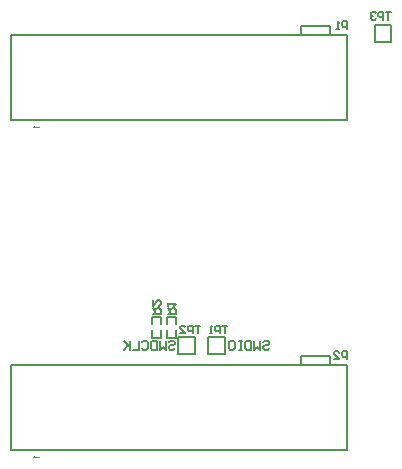
<source format=gbo>
%FSLAX24Y24*%
%MOIN*%
G70*
G01*
G75*
G04 Layer_Color=32896*
%ADD10C,0.0060*%
%ADD11R,0.0197X0.0236*%
%ADD12C,0.0394*%
%ADD13R,0.0236X0.0217*%
%ADD14R,0.0394X0.0709*%
%ADD15R,0.0217X0.0236*%
G04:AMPARAMS|DCode=16|XSize=19.7mil|YSize=23.6mil|CornerRadius=0mil|HoleSize=0mil|Usage=FLASHONLY|Rotation=225.000|XOffset=0mil|YOffset=0mil|HoleType=Round|Shape=Rectangle|*
%AMROTATEDRECTD16*
4,1,4,-0.0014,0.0153,0.0153,-0.0014,0.0014,-0.0153,-0.0153,0.0014,-0.0014,0.0153,0.0*
%
%ADD16ROTATEDRECTD16*%

%ADD17R,0.0315X0.0295*%
%ADD18R,0.0197X0.0256*%
%ADD19C,0.0079*%
%ADD20R,0.0236X0.0157*%
%ADD21R,0.1083X0.0350*%
G04:AMPARAMS|DCode=22|XSize=47.2mil|YSize=43.3mil|CornerRadius=0mil|HoleSize=0mil|Usage=FLASHONLY|Rotation=45.000|XOffset=0mil|YOffset=0mil|HoleType=Round|Shape=Rectangle|*
%AMROTATEDRECTD22*
4,1,4,-0.0014,-0.0320,-0.0320,-0.0014,0.0014,0.0320,0.0320,0.0014,-0.0014,-0.0320,0.0*
%
%ADD22ROTATEDRECTD22*%

%ADD23C,0.0098*%
%ADD24R,0.0400X0.0300*%
%ADD25R,0.0299X0.0945*%
%ADD26R,0.0295X0.0315*%
%ADD27R,0.1850X0.1850*%
%ADD28O,0.0079X0.0256*%
%ADD29O,0.0256X0.0079*%
%ADD30R,0.0236X0.0197*%
%ADD31C,0.0090*%
%ADD32C,0.0100*%
%ADD33C,0.0500*%
%ADD34C,0.0080*%
%ADD35C,0.0150*%
%ADD36C,0.0354*%
%ADD37C,0.0591*%
%ADD38R,0.0591X0.0591*%
%ADD39C,0.0236*%
%ADD40R,0.0354X0.1043*%
%ADD41R,0.0394X0.0394*%
%ADD42R,0.0394X0.0394*%
%ADD43C,0.0039*%
%ADD44C,0.0098*%
%ADD45C,0.0079*%
%ADD46C,0.0059*%
%ADD47C,0.0118*%
%ADD48C,0.0050*%
%ADD49R,0.0420X0.1300*%
%ADD50C,0.0240*%
%ADD51R,0.0257X0.0296*%
%ADD52C,0.0787*%
%ADD53R,0.0296X0.0277*%
%ADD54R,0.0454X0.0769*%
%ADD55R,0.0277X0.0296*%
G04:AMPARAMS|DCode=56|XSize=25.7mil|YSize=29.6mil|CornerRadius=0mil|HoleSize=0mil|Usage=FLASHONLY|Rotation=225.000|XOffset=0mil|YOffset=0mil|HoleType=Round|Shape=Rectangle|*
%AMROTATEDRECTD56*
4,1,4,-0.0014,0.0196,0.0196,-0.0014,0.0014,-0.0196,-0.0196,0.0014,-0.0014,0.0196,0.0*
%
%ADD56ROTATEDRECTD56*%

%ADD57R,0.0375X0.0355*%
%ADD58R,0.0257X0.0316*%
%ADD59C,0.0139*%
%ADD60R,0.0296X0.0217*%
%ADD61R,0.1143X0.0410*%
G04:AMPARAMS|DCode=62|XSize=53.2mil|YSize=49.3mil|CornerRadius=0mil|HoleSize=0mil|Usage=FLASHONLY|Rotation=45.000|XOffset=0mil|YOffset=0mil|HoleType=Round|Shape=Rectangle|*
%AMROTATEDRECTD62*
4,1,4,-0.0014,-0.0363,-0.0363,-0.0014,0.0014,0.0363,0.0363,0.0014,-0.0014,-0.0363,0.0*
%
%ADD62ROTATEDRECTD62*%

%ADD63C,0.0158*%
%ADD64R,0.0460X0.0360*%
%ADD65R,0.0359X0.1005*%
%ADD66R,0.0355X0.0375*%
%ADD67R,0.1910X0.1910*%
%ADD68O,0.0139X0.0316*%
%ADD69O,0.0316X0.0139*%
%ADD70R,0.0296X0.0257*%
%ADD71C,0.0414*%
%ADD72C,0.0454*%
%ADD73C,0.0651*%
%ADD74R,0.0651X0.0651*%
%ADD75R,0.0414X0.1103*%
%ADD76R,0.0454X0.0454*%
%ADD77R,0.0454X0.0454*%
%ADD78C,0.0040*%
D10*
X17960Y14740D02*
Y15030D01*
X18920D01*
X18930Y15020D01*
Y14740D02*
Y15020D01*
X17960Y3740D02*
Y4030D01*
X18920D01*
X18930Y4020D01*
Y3740D02*
Y4020D01*
X13298Y4656D02*
Y4902D01*
Y5098D02*
Y5344D01*
X13002Y4656D02*
Y4902D01*
Y5098D02*
Y5344D01*
X13298D01*
X13002Y4656D02*
X13298D01*
X13798D02*
Y4902D01*
Y5098D02*
Y5344D01*
X13502Y4656D02*
Y4902D01*
Y5098D02*
Y5344D01*
X13798D01*
X13502Y4656D02*
X13798D01*
X19500Y14930D02*
Y15200D01*
X19365D01*
X19320Y15155D01*
Y15065D01*
X19365Y15020D01*
X19500D01*
X19230Y14930D02*
X19140D01*
X19185D01*
Y15200D01*
X19230Y15155D01*
X19510Y3930D02*
Y4200D01*
X19375D01*
X19330Y4155D01*
Y4065D01*
X19375Y4020D01*
X19510D01*
X19060Y3930D02*
X19240D01*
X19060Y4110D01*
Y4155D01*
X19105Y4200D01*
X19195D01*
X19240Y4155D01*
X13020Y5450D02*
X13290D01*
Y5585D01*
X13245Y5630D01*
X13155D01*
X13110Y5585D01*
Y5450D01*
Y5540D02*
X13020Y5630D01*
Y5900D02*
Y5720D01*
X13200Y5900D01*
X13245D01*
X13290Y5855D01*
Y5765D01*
X13245Y5720D01*
X13520Y5450D02*
X13790D01*
Y5585D01*
X13745Y5630D01*
X13655D01*
X13610Y5585D01*
Y5450D01*
Y5540D02*
X13520Y5630D01*
Y5720D02*
Y5810D01*
Y5765D01*
X13790D01*
X13745Y5720D01*
X16700Y4500D02*
X16750Y4550D01*
X16850D01*
X16900Y4500D01*
Y4450D01*
X16850Y4400D01*
X16750D01*
X16700Y4350D01*
Y4300D01*
X16750Y4250D01*
X16850D01*
X16900Y4300D01*
X16600Y4550D02*
Y4250D01*
X16500Y4350D01*
X16400Y4250D01*
Y4550D01*
X16300D02*
Y4250D01*
X16150D01*
X16100Y4300D01*
Y4500D01*
X16150Y4550D01*
X16300D01*
X16000D02*
X15900D01*
X15950D01*
Y4250D01*
X16000D01*
X15900D01*
X15600Y4550D02*
X15700D01*
X15750Y4500D01*
Y4300D01*
X15700Y4250D01*
X15600D01*
X15550Y4300D01*
Y4500D01*
X15600Y4550D01*
X15500Y5050D02*
X15333D01*
X15417D01*
Y4800D01*
X15250D02*
Y5050D01*
X15125D01*
X15083Y5008D01*
Y4925D01*
X15125Y4883D01*
X15250D01*
X15000Y4800D02*
X14917D01*
X14959D01*
Y5050D01*
X15000Y5008D01*
X13560Y4500D02*
X13610Y4550D01*
X13710D01*
X13760Y4500D01*
Y4450D01*
X13710Y4400D01*
X13610D01*
X13560Y4350D01*
Y4300D01*
X13610Y4250D01*
X13710D01*
X13760Y4300D01*
X13460Y4550D02*
Y4250D01*
X13360Y4350D01*
X13260Y4250D01*
Y4550D01*
X13160D02*
Y4250D01*
X13010D01*
X12960Y4300D01*
Y4500D01*
X13010Y4550D01*
X13160D01*
X12660Y4500D02*
X12710Y4550D01*
X12810D01*
X12860Y4500D01*
Y4300D01*
X12810Y4250D01*
X12710D01*
X12660Y4300D01*
X12560Y4550D02*
Y4250D01*
X12360D01*
X12260Y4550D02*
Y4250D01*
Y4350D01*
X12061Y4550D01*
X12211Y4400D01*
X12061Y4250D01*
X14600Y5050D02*
X14433D01*
X14517D01*
Y4800D01*
X14350D02*
Y5050D01*
X14225D01*
X14183Y5008D01*
Y4925D01*
X14225Y4883D01*
X14350D01*
X13934Y4800D02*
X14100D01*
X13934Y4967D01*
Y5008D01*
X13975Y5050D01*
X14059D01*
X14100Y5008D01*
X20960Y15510D02*
X20793D01*
X20877D01*
Y15260D01*
X20710D02*
Y15510D01*
X20585D01*
X20543Y15468D01*
Y15385D01*
X20585Y15343D01*
X20710D01*
X20460Y15468D02*
X20419Y15510D01*
X20335D01*
X20294Y15468D01*
Y15427D01*
X20335Y15385D01*
X20377D01*
X20335D01*
X20294Y15343D01*
Y15302D01*
X20335Y15260D01*
X20419D01*
X20460Y15302D01*
D45*
X8290Y14750D02*
X19510D01*
Y11908D02*
Y14750D01*
X8290Y11908D02*
X19510D01*
X8290D02*
Y14750D01*
X14874Y4676D02*
X15426D01*
X14874Y4124D02*
Y4676D01*
Y4124D02*
X15426D01*
Y4676D01*
X14426Y4124D02*
Y4676D01*
X13874D02*
X14426D01*
X13874Y4124D02*
Y4676D01*
Y4124D02*
X14426D01*
X8290Y3750D02*
X19510D01*
Y908D02*
Y3750D01*
X8290Y908D02*
X19510D01*
X8290D02*
Y3750D01*
X20424Y14524D02*
Y15076D01*
Y14524D02*
X20976D01*
Y15076D01*
X20424D02*
X20976D01*
D78*
X9078Y11720D02*
X9069Y11701D01*
X9040Y11672D01*
X9240D01*
X9078Y720D02*
X9069Y701D01*
X9040Y672D01*
X9240D01*
M02*

</source>
